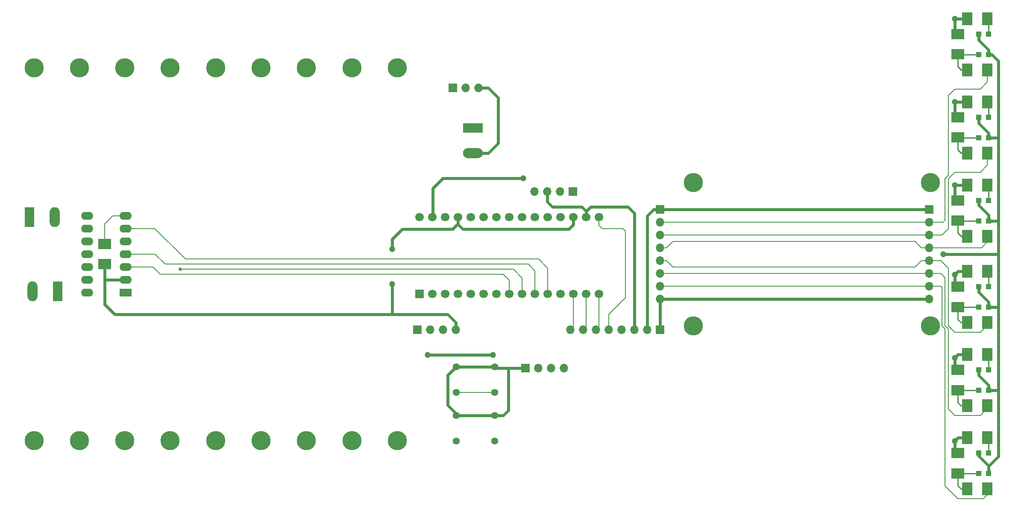
<source format=gbr>
G04 #@! TF.FileFunction,Copper,L2,Bot,Signal*
%FSLAX46Y46*%
G04 Gerber Fmt 4.6, Leading zero omitted, Abs format (unit mm)*
G04 Created by KiCad (PCBNEW 4.0.7-e2-6376~58~ubuntu14.04.1) date Tue Oct  3 22:56:20 2017*
%MOMM*%
%LPD*%
G01*
G04 APERTURE LIST*
%ADD10C,0.100000*%
%ADD11C,3.800000*%
%ADD12R,1.000000X1.100000*%
%ADD13R,3.960000X1.980000*%
%ADD14O,3.960000X1.980000*%
%ADD15R,1.980000X3.960000*%
%ADD16O,1.980000X3.960000*%
%ADD17R,1.700000X1.700000*%
%ADD18O,1.700000X1.700000*%
%ADD19R,2.000000X2.500000*%
%ADD20R,2.500000X2.000000*%
%ADD21C,1.397000*%
%ADD22C,1.700000*%
%ADD23R,2.400000X1.600000*%
%ADD24O,2.400000X1.600000*%
%ADD25C,1.193800*%
%ADD26C,0.685800*%
%ADD27C,0.609600*%
%ADD28C,0.250000*%
%ADD29C,0.152400*%
G04 APERTURE END LIST*
D10*
D11*
X127000000Y-132000000D03*
X109000000Y-132000000D03*
X91000000Y-132000000D03*
X73000000Y-132000000D03*
X118000000Y-58000000D03*
X109000000Y-58000000D03*
X91000000Y-58000000D03*
X82000000Y-58000000D03*
X73000000Y-58000000D03*
D12*
X242265000Y-84350000D03*
X244175000Y-84350000D03*
X242265000Y-88400000D03*
X244175000Y-88400000D03*
X242265000Y-101495000D03*
X244175000Y-101495000D03*
X242265000Y-105545000D03*
X244175000Y-105545000D03*
X242265000Y-118005000D03*
X244175000Y-118005000D03*
X242265000Y-122055000D03*
X244175000Y-122055000D03*
X242265000Y-134515000D03*
X244175000Y-134515000D03*
X242265000Y-138565000D03*
X244175000Y-138565000D03*
X242265000Y-67840000D03*
X244175000Y-67840000D03*
X242265000Y-71890000D03*
X244175000Y-71890000D03*
X242265000Y-51330000D03*
X244175000Y-51330000D03*
X242265000Y-55380000D03*
X244175000Y-55380000D03*
D13*
X142000000Y-70000000D03*
D14*
X142000000Y-75000000D03*
D15*
X59690000Y-102362000D03*
D16*
X54690000Y-102362000D03*
D15*
X54102000Y-87630000D03*
D16*
X59102000Y-87630000D03*
D17*
X152400000Y-117602000D03*
D18*
X154940000Y-117602000D03*
X157480000Y-117602000D03*
X160020000Y-117602000D03*
D17*
X179070000Y-109982000D03*
D18*
X176530000Y-109982000D03*
X173990000Y-109982000D03*
X171450000Y-109982000D03*
X168910000Y-109982000D03*
X166370000Y-109982000D03*
X163830000Y-109982000D03*
X161290000Y-109982000D03*
D17*
X179070000Y-86106000D03*
D18*
X179070000Y-88646000D03*
X179070000Y-91186000D03*
X179070000Y-93726000D03*
X179070000Y-96266000D03*
X179070000Y-98806000D03*
X179070000Y-101346000D03*
X179070000Y-103886000D03*
D17*
X232410000Y-86106000D03*
D18*
X232410000Y-88646000D03*
X232410000Y-91186000D03*
X232410000Y-93726000D03*
X232410000Y-96266000D03*
X232410000Y-98806000D03*
X232410000Y-101346000D03*
X232410000Y-103886000D03*
D19*
X239935000Y-48260000D03*
X243935000Y-48260000D03*
D20*
X238125000Y-51340000D03*
X238125000Y-55340000D03*
D19*
X239935000Y-58420000D03*
X243935000Y-58420000D03*
X239935000Y-64770000D03*
X243935000Y-64770000D03*
D20*
X238125000Y-67850000D03*
X238125000Y-71850000D03*
D19*
X239935000Y-74930000D03*
X243935000Y-74930000D03*
X239935000Y-81280000D03*
X243935000Y-81280000D03*
D20*
X238125000Y-84360000D03*
X238125000Y-88360000D03*
D19*
X239935000Y-91440000D03*
X243935000Y-91440000D03*
X239935000Y-98425000D03*
X243935000Y-98425000D03*
D20*
X238125000Y-101505000D03*
X238125000Y-105505000D03*
D19*
X239935000Y-108585000D03*
X243935000Y-108585000D03*
X239935000Y-114935000D03*
X243935000Y-114935000D03*
D20*
X238125000Y-118015000D03*
X238125000Y-122015000D03*
D19*
X239935000Y-125095000D03*
X243935000Y-125095000D03*
X239935000Y-131445000D03*
X243935000Y-131445000D03*
D20*
X238125000Y-134525000D03*
X238125000Y-138525000D03*
D19*
X239935000Y-141605000D03*
X243935000Y-141605000D03*
D20*
X69000000Y-97000000D03*
X69000000Y-93000000D03*
D21*
X146304000Y-117348000D03*
X146304000Y-122428000D03*
X138684000Y-117348000D03*
X138684000Y-122428000D03*
X146304000Y-127000000D03*
X146304000Y-132080000D03*
X138684000Y-127000000D03*
X138684000Y-132080000D03*
D17*
X131445000Y-102870000D03*
D22*
X133985000Y-102870000D03*
X136525000Y-102870000D03*
X139065000Y-102870000D03*
X141605000Y-102870000D03*
X144145000Y-102870000D03*
X146685000Y-102870000D03*
X149225000Y-102870000D03*
X151765000Y-102870000D03*
X154305000Y-102870000D03*
X156845000Y-102870000D03*
X159385000Y-102870000D03*
X161925000Y-102870000D03*
X164465000Y-102870000D03*
X167005000Y-102870000D03*
X167005000Y-87630000D03*
X164465000Y-87630000D03*
X161925000Y-87630000D03*
X159385000Y-87630000D03*
X156845000Y-87630000D03*
X154305000Y-87630000D03*
X151765000Y-87630000D03*
X149225000Y-87630000D03*
X146685000Y-87630000D03*
X144145000Y-87630000D03*
X141605000Y-87630000D03*
X139065000Y-87630000D03*
X136525000Y-87630000D03*
X133985000Y-87630000D03*
X131445000Y-87630000D03*
D23*
X73152000Y-102616000D03*
D24*
X65532000Y-87376000D03*
X73152000Y-100076000D03*
X65532000Y-89916000D03*
X73152000Y-97536000D03*
X65532000Y-92456000D03*
X73152000Y-94996000D03*
X65532000Y-94996000D03*
X73152000Y-92456000D03*
X65532000Y-97536000D03*
X73152000Y-89916000D03*
X65532000Y-100076000D03*
X73152000Y-87376000D03*
X65532000Y-102616000D03*
D11*
X232664000Y-80772000D03*
X232664000Y-109220000D03*
X185674000Y-80772000D03*
X185674000Y-109220000D03*
D17*
X161798000Y-82550000D03*
D18*
X159258000Y-82550000D03*
X156718000Y-82550000D03*
X154178000Y-82550000D03*
D17*
X131000000Y-110000000D03*
D18*
X133540000Y-110000000D03*
X136080000Y-110000000D03*
X138620000Y-110000000D03*
D17*
X138000000Y-62000000D03*
D18*
X140540000Y-62000000D03*
X143080000Y-62000000D03*
D11*
X55000000Y-58000000D03*
X64000000Y-58000000D03*
X100000000Y-58000000D03*
X127000000Y-58000000D03*
X55000000Y-132000000D03*
X64000000Y-132000000D03*
X82000000Y-132000000D03*
X100000000Y-132000000D03*
X118000000Y-132000000D03*
D25*
X133000000Y-115000000D03*
X146000000Y-115000000D03*
X152000000Y-80000000D03*
X235204000Y-94996000D03*
X126000000Y-101000000D03*
X126000000Y-94000000D03*
X237490000Y-132080000D03*
X237490000Y-115570000D03*
X237490000Y-99060000D03*
X237490000Y-81280000D03*
X237490000Y-64770000D03*
X237490000Y-48260000D03*
D26*
X84000000Y-98000000D03*
D27*
X146000000Y-115000000D02*
X133000000Y-115000000D01*
X134000000Y-82000000D02*
X134000000Y-87615000D01*
X136000000Y-80000000D02*
X134000000Y-82000000D01*
X152000000Y-80000000D02*
X136000000Y-80000000D01*
X134000000Y-87615000D02*
X133985000Y-87630000D01*
X179070000Y-103886000D02*
X179070000Y-109982000D01*
X179070000Y-103886000D02*
X232410000Y-103886000D01*
X244175000Y-55380000D02*
X244175000Y-54437000D01*
X242265000Y-52527000D02*
X242265000Y-51330000D01*
X244175000Y-54437000D02*
X242265000Y-52527000D01*
X246118000Y-94996000D02*
X235204000Y-94996000D01*
X244175000Y-71890000D02*
X244175000Y-70947000D01*
X242265000Y-69037000D02*
X242265000Y-67840000D01*
X244175000Y-70947000D02*
X242265000Y-69037000D01*
X244175000Y-88400000D02*
X244175000Y-87203000D01*
X242265000Y-85293000D02*
X242265000Y-84350000D01*
X244175000Y-87203000D02*
X242265000Y-85293000D01*
X244175000Y-105545000D02*
X244175000Y-104475000D01*
X242265000Y-102565000D02*
X242265000Y-101495000D01*
X244175000Y-104475000D02*
X242265000Y-102565000D01*
X244175000Y-122055000D02*
X244175000Y-120985000D01*
X242265000Y-119075000D02*
X242265000Y-118005000D01*
X244175000Y-120985000D02*
X242265000Y-119075000D01*
X244175000Y-138565000D02*
X244175000Y-136987000D01*
X242265000Y-135077000D02*
X242265000Y-134515000D01*
X244175000Y-136987000D02*
X242265000Y-135077000D01*
X246118000Y-122055000D02*
X246118000Y-135136000D01*
X244175000Y-137079000D02*
X244175000Y-138565000D01*
X246118000Y-135136000D02*
X244175000Y-137079000D01*
X244175000Y-122055000D02*
X246118000Y-122055000D01*
X246126000Y-121666000D02*
X246118000Y-121666000D01*
X246126000Y-122047000D02*
X246126000Y-121666000D01*
X246118000Y-122055000D02*
X246126000Y-122047000D01*
X246118000Y-105545000D02*
X246118000Y-121666000D01*
X246118000Y-121666000D02*
X246118000Y-122166000D01*
X246118000Y-122166000D02*
X246126000Y-122174000D01*
X244175000Y-105545000D02*
X246118000Y-105545000D01*
X246118000Y-105545000D02*
X246118000Y-105656000D01*
X246118000Y-88400000D02*
X246118000Y-94996000D01*
X246118000Y-94996000D02*
X246118000Y-105656000D01*
X246118000Y-105656000D02*
X246126000Y-105664000D01*
X244175000Y-88400000D02*
X246118000Y-88400000D01*
X246126000Y-84328000D02*
X246126000Y-71882000D01*
X246126000Y-88392000D02*
X246126000Y-84328000D01*
X246118000Y-88400000D02*
X246126000Y-88392000D01*
X244175000Y-71890000D02*
X246126000Y-71890000D01*
X246126000Y-71890000D02*
X246126000Y-71882000D01*
X244864000Y-55380000D02*
X246126000Y-56642000D01*
X246126000Y-56642000D02*
X246126000Y-71882000D01*
X244864000Y-55380000D02*
X244175000Y-55380000D01*
D28*
X244175000Y-55380000D02*
X244610000Y-55380000D01*
D27*
X142000000Y-75000000D02*
X145000000Y-75000000D01*
X145000000Y-62000000D02*
X143080000Y-62000000D01*
X147000000Y-64000000D02*
X145000000Y-62000000D01*
X147000000Y-73000000D02*
X147000000Y-64000000D01*
X145000000Y-75000000D02*
X147000000Y-73000000D01*
X138684000Y-127000000D02*
X138684000Y-126684000D01*
X138684000Y-126684000D02*
X137000000Y-125000000D01*
X137000000Y-119032000D02*
X138684000Y-117348000D01*
X137000000Y-125000000D02*
X137000000Y-119032000D01*
X138000000Y-90000000D02*
X128000000Y-90000000D01*
X139065000Y-88935000D02*
X138000000Y-90000000D01*
X139065000Y-87630000D02*
X139065000Y-88935000D01*
X126000000Y-101000000D02*
X126000000Y-107000000D01*
X126000000Y-92000000D02*
X126000000Y-94000000D01*
X128000000Y-90000000D02*
X126000000Y-92000000D01*
X73152000Y-100076000D02*
X69000000Y-100076000D01*
X69000000Y-100076000D02*
X69000000Y-100000000D01*
X138620000Y-110000000D02*
X138620000Y-108620000D01*
X137000000Y-107000000D02*
X126000000Y-107000000D01*
X138620000Y-108620000D02*
X137000000Y-107000000D01*
X126000000Y-107000000D02*
X125000000Y-107000000D01*
X71000000Y-107000000D02*
X69000000Y-105000000D01*
X125000000Y-107000000D02*
X71000000Y-107000000D01*
X69000000Y-105000000D02*
X69000000Y-100000000D01*
X69000000Y-100000000D02*
X69000000Y-97000000D01*
X146304000Y-127000000D02*
X148000000Y-127000000D01*
X149000000Y-126000000D02*
X149000000Y-118000000D01*
X148000000Y-127000000D02*
X149000000Y-126000000D01*
X138684000Y-127000000D02*
X146304000Y-127000000D01*
X138684000Y-117348000D02*
X146304000Y-117348000D01*
X152400000Y-117602000D02*
X146558000Y-117602000D01*
X146558000Y-117602000D02*
X146304000Y-117348000D01*
X69000000Y-98000000D02*
X69000000Y-97000000D01*
X139065000Y-87630000D02*
X139065000Y-89065000D01*
X161925000Y-89075000D02*
X161925000Y-87630000D01*
X161000000Y-90000000D02*
X161925000Y-89075000D01*
X140000000Y-90000000D02*
X161000000Y-90000000D01*
X139065000Y-89065000D02*
X140000000Y-90000000D01*
X179070000Y-86106000D02*
X177800000Y-86106000D01*
X176530000Y-87376000D02*
X176530000Y-109982000D01*
X177800000Y-86106000D02*
X176530000Y-87376000D01*
X232410000Y-86106000D02*
X179070000Y-86106000D01*
X237490000Y-132080000D02*
X237490000Y-133890000D01*
X237490000Y-133890000D02*
X238125000Y-134525000D01*
X238125000Y-131445000D02*
X239935000Y-131445000D01*
X237490000Y-132080000D02*
X238125000Y-131445000D01*
X237490000Y-115570000D02*
X237490000Y-117380000D01*
X237490000Y-117380000D02*
X238125000Y-118015000D01*
X238125000Y-114935000D02*
X239935000Y-114935000D01*
X237490000Y-115570000D02*
X238125000Y-114935000D01*
X237490000Y-99060000D02*
X237490000Y-100870000D01*
X237490000Y-100870000D02*
X238125000Y-101505000D01*
X238125000Y-98425000D02*
X239935000Y-98425000D01*
X237490000Y-99060000D02*
X238125000Y-98425000D01*
X237490000Y-81280000D02*
X237490000Y-83725000D01*
X237490000Y-83725000D02*
X238125000Y-84360000D01*
X237490000Y-81280000D02*
X239935000Y-81280000D01*
X237490000Y-64770000D02*
X237490000Y-67215000D01*
X237490000Y-67215000D02*
X238125000Y-67850000D01*
X237490000Y-48260000D02*
X237490000Y-50705000D01*
X239935000Y-48260000D02*
X237490000Y-48260000D01*
X237490000Y-64770000D02*
X239935000Y-64770000D01*
X237490000Y-50705000D02*
X238125000Y-51340000D01*
D29*
X138684000Y-122428000D02*
X146304000Y-122428000D01*
X167005000Y-87630000D02*
X167005000Y-89281000D01*
X168910000Y-106934000D02*
X168910000Y-109982000D01*
X172212000Y-103632000D02*
X168910000Y-106934000D01*
X172212000Y-90424000D02*
X172212000Y-103632000D01*
X171704000Y-89916000D02*
X172212000Y-90424000D01*
X167640000Y-89916000D02*
X171704000Y-89916000D01*
X167005000Y-89281000D02*
X167640000Y-89916000D01*
X167005000Y-102870000D02*
X167005000Y-109347000D01*
X167005000Y-109347000D02*
X166370000Y-109982000D01*
X164465000Y-102870000D02*
X164465000Y-109347000D01*
X164465000Y-109347000D02*
X163830000Y-109982000D01*
X161925000Y-102870000D02*
X161925000Y-109347000D01*
X161925000Y-109347000D02*
X161290000Y-109982000D01*
X179070000Y-88646000D02*
X232410000Y-88646000D01*
X232410000Y-88646000D02*
X235204000Y-88646000D01*
X236220000Y-79375000D02*
X235585000Y-80010000D01*
X235585000Y-80010000D02*
X235585000Y-87630000D01*
X235585000Y-87630000D02*
X235585000Y-88265000D01*
X235585000Y-88265000D02*
X235204000Y-88646000D01*
X243935000Y-60865000D02*
X242570000Y-62230000D01*
X242570000Y-62230000D02*
X237490000Y-62230000D01*
X237490000Y-62230000D02*
X236220000Y-63500000D01*
X236220000Y-63500000D02*
X236220000Y-78740000D01*
X243935000Y-60865000D02*
X243935000Y-58420000D01*
X236220000Y-78740000D02*
X236220000Y-79375000D01*
X232410000Y-91186000D02*
X179070000Y-91186000D01*
X236220000Y-89535000D02*
X236220000Y-89916000D01*
X243935000Y-74930000D02*
X243935000Y-77375000D01*
X236220000Y-80010000D02*
X236220000Y-88900000D01*
X237490000Y-78740000D02*
X236220000Y-80010000D01*
X242570000Y-78740000D02*
X237490000Y-78740000D01*
X243935000Y-77375000D02*
X242570000Y-78740000D01*
X236220000Y-88900000D02*
X236220000Y-89535000D01*
X234950000Y-91186000D02*
X232410000Y-91186000D01*
X236220000Y-89916000D02*
X234950000Y-91186000D01*
X232410000Y-93726000D02*
X230886000Y-93726000D01*
X180340000Y-93726000D02*
X179070000Y-93726000D01*
X181610000Y-92456000D02*
X180340000Y-93726000D01*
X229616000Y-92456000D02*
X181610000Y-92456000D01*
X230886000Y-93726000D02*
X229616000Y-92456000D01*
X232410000Y-93726000D02*
X242824000Y-93726000D01*
X242824000Y-93726000D02*
X243935000Y-92615000D01*
X243935000Y-92615000D02*
X243935000Y-91440000D01*
D28*
X243935000Y-92615000D02*
X243935000Y-91440000D01*
D29*
X232410000Y-96266000D02*
X230886000Y-96266000D01*
X180340000Y-96266000D02*
X179070000Y-96266000D01*
X181610000Y-97536000D02*
X180340000Y-96266000D01*
X229616000Y-97536000D02*
X181610000Y-97536000D01*
X230886000Y-96266000D02*
X229616000Y-97536000D01*
X232410000Y-96266000D02*
X234696000Y-96266000D01*
X236220000Y-97790000D02*
X234696000Y-96266000D01*
X236220000Y-109220000D02*
X236220000Y-97790000D01*
X237490000Y-110490000D02*
X236220000Y-109220000D01*
X242570000Y-110490000D02*
X237490000Y-110490000D01*
X242570000Y-110490000D02*
X243935000Y-109125000D01*
X243935000Y-108585000D02*
X243935000Y-109125000D01*
X232410000Y-98806000D02*
X179070000Y-98806000D01*
X232410000Y-98806000D02*
X234696000Y-98806000D01*
X236220000Y-109855000D02*
X235585000Y-109220000D01*
X235585000Y-109220000D02*
X235585000Y-99695000D01*
X236220000Y-125730000D02*
X236220000Y-110490000D01*
X237490000Y-127000000D02*
X236220000Y-125730000D01*
X242570000Y-127000000D02*
X237490000Y-127000000D01*
X242570000Y-127000000D02*
X243935000Y-125635000D01*
X235585000Y-99695000D02*
X234696000Y-98806000D01*
X236220000Y-110490000D02*
X236220000Y-109855000D01*
X243935000Y-125095000D02*
X243935000Y-125635000D01*
X232410000Y-101346000D02*
X179070000Y-101346000D01*
X232410000Y-101346000D02*
X234696000Y-101346000D01*
X235585000Y-109855000D02*
X234950000Y-109220000D01*
X234950000Y-109220000D02*
X234950000Y-101600000D01*
X243205000Y-143510000D02*
X243935000Y-142780000D01*
X238125000Y-143510000D02*
X243205000Y-143510000D01*
X235585000Y-140970000D02*
X238125000Y-143510000D01*
X235585000Y-110490000D02*
X235585000Y-140970000D01*
X234696000Y-101346000D02*
X234950000Y-101600000D01*
X235585000Y-110490000D02*
X235585000Y-109855000D01*
X243935000Y-142780000D02*
X243935000Y-141605000D01*
D28*
X244175000Y-51330000D02*
X244175000Y-48500000D01*
X244175000Y-48500000D02*
X243935000Y-48260000D01*
X238125000Y-55340000D02*
X238125000Y-57785000D01*
X238760000Y-58420000D02*
X239935000Y-58420000D01*
X238125000Y-57785000D02*
X238760000Y-58420000D01*
X242265000Y-55380000D02*
X238165000Y-55380000D01*
X238165000Y-55380000D02*
X238125000Y-55340000D01*
X244175000Y-67840000D02*
X244175000Y-65010000D01*
X244175000Y-65010000D02*
X243935000Y-64770000D01*
X239935000Y-74930000D02*
X238760000Y-74930000D01*
X238125000Y-74295000D02*
X238125000Y-71850000D01*
X238760000Y-74930000D02*
X238125000Y-74295000D01*
X242265000Y-71890000D02*
X238165000Y-71890000D01*
X238165000Y-71890000D02*
X238125000Y-71850000D01*
X244175000Y-84350000D02*
X244175000Y-81520000D01*
X244175000Y-81520000D02*
X243935000Y-81280000D01*
X242265000Y-88400000D02*
X238165000Y-88400000D01*
X238165000Y-88400000D02*
X238125000Y-88360000D01*
X238125000Y-88360000D02*
X238125000Y-90805000D01*
X238760000Y-91440000D02*
X239935000Y-91440000D01*
X238125000Y-90805000D02*
X238760000Y-91440000D01*
X244175000Y-101495000D02*
X244175000Y-98665000D01*
X244175000Y-98665000D02*
X243935000Y-98425000D01*
X238125000Y-105505000D02*
X238125000Y-107950000D01*
X238760000Y-108585000D02*
X239935000Y-108585000D01*
X238125000Y-107950000D02*
X238760000Y-108585000D01*
X242265000Y-105545000D02*
X238165000Y-105545000D01*
X238165000Y-105545000D02*
X238125000Y-105505000D01*
X244175000Y-118005000D02*
X244175000Y-115175000D01*
X244175000Y-115175000D02*
X243935000Y-114935000D01*
X238125000Y-122015000D02*
X238125000Y-124460000D01*
X238760000Y-125095000D02*
X239935000Y-125095000D01*
X238125000Y-124460000D02*
X238760000Y-125095000D01*
X242265000Y-122055000D02*
X238165000Y-122055000D01*
X238165000Y-122055000D02*
X238125000Y-122015000D01*
X244175000Y-134515000D02*
X244175000Y-131685000D01*
X244175000Y-131685000D02*
X243935000Y-131445000D01*
X238125000Y-138525000D02*
X238125000Y-140970000D01*
X238760000Y-141605000D02*
X239935000Y-141605000D01*
X238125000Y-140970000D02*
X238760000Y-141605000D01*
X242265000Y-138565000D02*
X238165000Y-138565000D01*
X238165000Y-138565000D02*
X238125000Y-138525000D01*
D29*
X73152000Y-87376000D02*
X70624000Y-87376000D01*
X69000000Y-89000000D02*
X69000000Y-93000000D01*
X70624000Y-87376000D02*
X69000000Y-89000000D01*
X149225000Y-102870000D02*
X149225000Y-100225000D01*
X78536000Y-97536000D02*
X73152000Y-97536000D01*
X80000000Y-99000000D02*
X78536000Y-97536000D01*
X148000000Y-99000000D02*
X80000000Y-99000000D01*
X149225000Y-100225000D02*
X148000000Y-99000000D01*
X151765000Y-102870000D02*
X151765000Y-99765000D01*
X150000000Y-98000000D02*
X84000000Y-98000000D01*
X151765000Y-99765000D02*
X150000000Y-98000000D01*
X154305000Y-102870000D02*
X154305000Y-98305000D01*
X78996000Y-94996000D02*
X73152000Y-94996000D01*
X81000000Y-97000000D02*
X78996000Y-94996000D01*
X153000000Y-97000000D02*
X81000000Y-97000000D01*
X154305000Y-98305000D02*
X153000000Y-97000000D01*
X156845000Y-102870000D02*
X156845000Y-97845000D01*
X78916000Y-89916000D02*
X73152000Y-89916000D01*
X85000000Y-96000000D02*
X78916000Y-89916000D01*
X155000000Y-96000000D02*
X85000000Y-96000000D01*
X156845000Y-97845000D02*
X155000000Y-96000000D01*
D27*
X173990000Y-109982000D02*
X173990000Y-86868000D01*
X165354000Y-85598000D02*
X164465000Y-86487000D01*
X172720000Y-85598000D02*
X165354000Y-85598000D01*
X173990000Y-86868000D02*
X172720000Y-85598000D01*
X156718000Y-82550000D02*
X156718000Y-84582000D01*
X164465000Y-86487000D02*
X164465000Y-87630000D01*
X163576000Y-85598000D02*
X164465000Y-86487000D01*
X157734000Y-85598000D02*
X163576000Y-85598000D01*
X156718000Y-84582000D02*
X157734000Y-85598000D01*
M02*

</source>
